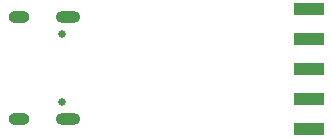
<source format=gbr>
%TF.GenerationSoftware,KiCad,Pcbnew,8.0.4*%
%TF.CreationDate,2024-08-06T21:58:01+07:00*%
%TF.ProjectId,cp2104-pd-source-v01,63703231-3034-42d7-9064-2d736f757263,rev?*%
%TF.SameCoordinates,Original*%
%TF.FileFunction,Soldermask,Bot*%
%TF.FilePolarity,Negative*%
%FSLAX46Y46*%
G04 Gerber Fmt 4.6, Leading zero omitted, Abs format (unit mm)*
G04 Created by KiCad (PCBNEW 8.0.4) date 2024-08-06 21:58:01*
%MOMM*%
%LPD*%
G01*
G04 APERTURE LIST*
%ADD10C,0.650000*%
%ADD11O,2.100000X1.000000*%
%ADD12O,1.800000X1.000000*%
%ADD13R,2.500000X1.000000*%
G04 APERTURE END LIST*
D10*
%TO.C,J1*%
X124206000Y-57212000D03*
X124206000Y-62992000D03*
D11*
X124706000Y-55782000D03*
D12*
X120526000Y-55782000D03*
D11*
X124706000Y-64422000D03*
D12*
X120526000Y-64422000D03*
%TD*%
D13*
%TO.C,J4*%
X145097000Y-65278000D03*
X145097000Y-62738000D03*
X145097000Y-60198000D03*
X145097000Y-57658000D03*
X145097000Y-55118000D03*
%TD*%
M02*

</source>
